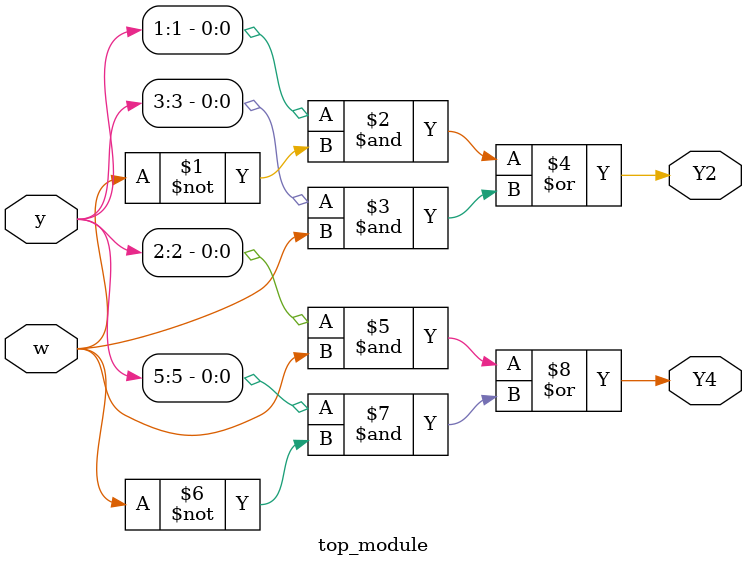
<source format=sv>
module top_module (
    input [6:1] y,
    input w,
    output Y2,
    output Y4
);

// Next-state logic for y[2] (state B and state C)
assign Y2 = (y[1] & ~w) | (y[3] & w);

// Next-state logic for y[4] (state D and state E)
assign Y4 = (y[2] & w) | (y[5] & ~w);

endmodule

</source>
